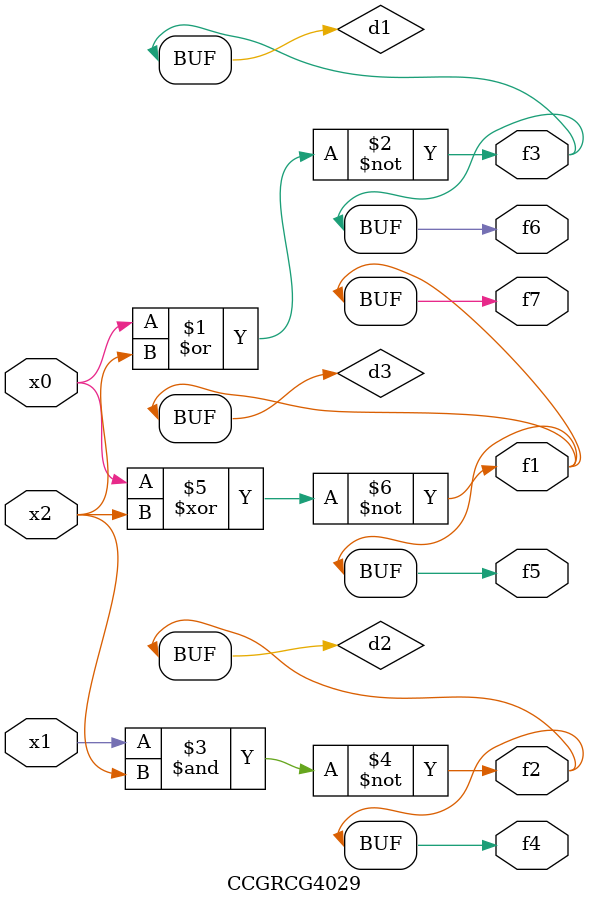
<source format=v>
module CCGRCG4029(
	input x0, x1, x2,
	output f1, f2, f3, f4, f5, f6, f7
);

	wire d1, d2, d3;

	nor (d1, x0, x2);
	nand (d2, x1, x2);
	xnor (d3, x0, x2);
	assign f1 = d3;
	assign f2 = d2;
	assign f3 = d1;
	assign f4 = d2;
	assign f5 = d3;
	assign f6 = d1;
	assign f7 = d3;
endmodule

</source>
